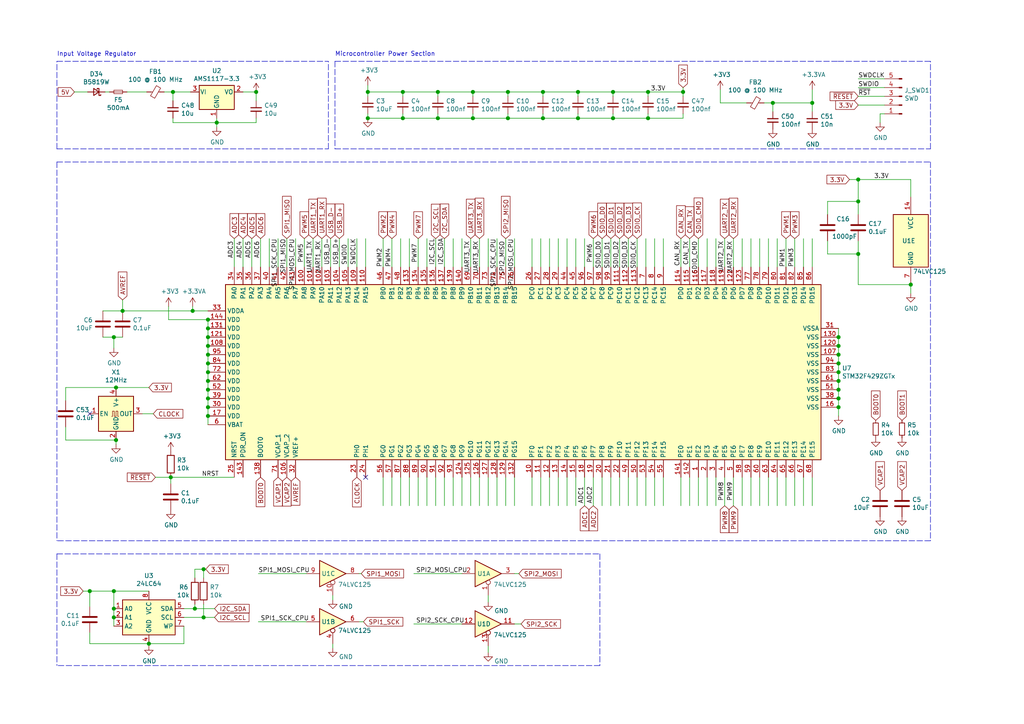
<source format=kicad_sch>
(kicad_sch (version 20201015) (generator eeschema)
  (paper "A4")
  (junction (at 26.035 171.45) (diameter 1.016))
  (junction (at 33.02 97.79) (diameter 1.016))
  (junction (at 33.02 171.45) (diameter 1.016))
  (junction (at 33.02 176.53) (diameter 1.016))
  (junction (at 33.02 179.07) (diameter 1.016))
  (junction (at 33.655 112.395) (diameter 1.016))
  (junction (at 33.655 127.635) (diameter 1.016))
  (junction (at 35.56 90.17) (diameter 1.016))
  (junction (at 43.18 186.69) (diameter 1.016))
  (junction (at 49.53 138.43) (diameter 1.016))
  (junction (at 50.165 26.67) (diameter 1.016))
  (junction (at 55.88 90.17) (diameter 1.016))
  (junction (at 56.515 176.53) (diameter 1.016))
  (junction (at 59.055 165.1) (diameter 1.016))
  (junction (at 59.055 179.07) (diameter 1.016))
  (junction (at 60.325 92.71) (diameter 1.016))
  (junction (at 60.325 95.25) (diameter 1.016))
  (junction (at 60.325 97.79) (diameter 1.016))
  (junction (at 60.325 100.33) (diameter 1.016))
  (junction (at 60.325 102.87) (diameter 1.016))
  (junction (at 60.325 105.41) (diameter 1.016))
  (junction (at 60.325 107.95) (diameter 1.016))
  (junction (at 60.325 110.49) (diameter 1.016))
  (junction (at 60.325 113.03) (diameter 1.016))
  (junction (at 60.325 115.57) (diameter 1.016))
  (junction (at 60.325 118.11) (diameter 1.016))
  (junction (at 60.325 120.65) (diameter 1.016))
  (junction (at 62.865 35.56) (diameter 1.016))
  (junction (at 74.295 26.67) (diameter 1.016))
  (junction (at 106.68 26.67) (diameter 1.016))
  (junction (at 106.68 34.29) (diameter 1.016))
  (junction (at 116.84 26.67) (diameter 1.016))
  (junction (at 116.84 34.29) (diameter 1.016))
  (junction (at 127 26.67) (diameter 1.016))
  (junction (at 127 34.29) (diameter 1.016))
  (junction (at 137.16 26.67) (diameter 1.016))
  (junction (at 137.16 34.29) (diameter 1.016))
  (junction (at 147.32 26.67) (diameter 1.016))
  (junction (at 147.32 34.29) (diameter 1.016))
  (junction (at 157.48 26.67) (diameter 1.016))
  (junction (at 157.48 34.29) (diameter 1.016))
  (junction (at 167.64 26.67) (diameter 1.016))
  (junction (at 167.64 34.29) (diameter 1.016))
  (junction (at 177.8 26.67) (diameter 1.016))
  (junction (at 177.8 34.29) (diameter 1.016))
  (junction (at 187.96 26.67) (diameter 1.016))
  (junction (at 187.96 34.29) (diameter 1.016))
  (junction (at 198.12 26.67) (diameter 1.016))
  (junction (at 224.155 29.845) (diameter 1.016))
  (junction (at 235.585 29.845) (diameter 1.016))
  (junction (at 243.205 97.79) (diameter 1.016))
  (junction (at 243.205 100.33) (diameter 1.016))
  (junction (at 243.205 102.87) (diameter 1.016))
  (junction (at 243.205 105.41) (diameter 1.016))
  (junction (at 243.205 107.95) (diameter 1.016))
  (junction (at 243.205 110.49) (diameter 1.016))
  (junction (at 243.205 113.03) (diameter 1.016))
  (junction (at 243.205 115.57) (diameter 1.016))
  (junction (at 243.205 118.11) (diameter 1.016))
  (junction (at 248.92 52.07) (diameter 1.016))
  (junction (at 248.92 58.42) (diameter 1.016))
  (junction (at 248.92 73.66) (diameter 1.016))
  (junction (at 264.16 82.55) (diameter 1.016))
  (no_connect (at 26.035 120.015))
  (no_connect (at 106.045 138.43))
  (wire (pts (xy -88.265 157.48) (xy -86.995 157.48)))
  (wire (pts (xy -79.375 157.48) (xy -76.835 157.48)))
  (wire (pts (xy 19.05 112.395) (xy 33.655 112.395)))
  (wire (pts (xy 19.05 116.205) (xy 19.05 112.395)))
  (wire (pts (xy 19.05 123.825) (xy 19.05 127.635)))
  (wire (pts (xy 19.05 127.635) (xy 33.655 127.635)))
  (wire (pts (xy 21.59 26.67) (xy 25.4 26.67)))
  (wire (pts (xy 24.13 171.45) (xy 26.035 171.45)))
  (wire (pts (xy 26.035 171.45) (xy 33.02 171.45)))
  (wire (pts (xy 26.035 175.895) (xy 26.035 171.45)))
  (wire (pts (xy 26.035 183.515) (xy 26.035 186.69)))
  (wire (pts (xy 26.035 186.69) (xy 43.18 186.69)))
  (wire (pts (xy 29.845 90.17) (xy 35.56 90.17)))
  (wire (pts (xy 30.48 26.67) (xy 31.75 26.67)))
  (wire (pts (xy 33.02 97.79) (xy 29.845 97.79)))
  (wire (pts (xy 33.02 97.79) (xy 33.02 100.965)))
  (wire (pts (xy 33.02 171.45) (xy 43.18 171.45)))
  (wire (pts (xy 33.02 176.53) (xy 33.02 171.45)))
  (wire (pts (xy 33.02 176.53) (xy 33.02 179.07)))
  (wire (pts (xy 33.02 179.07) (xy 33.02 181.61)))
  (wire (pts (xy 33.655 112.395) (xy 43.18 112.395)))
  (wire (pts (xy 33.655 127.635) (xy 33.655 128.905)))
  (wire (pts (xy 35.56 86.995) (xy 35.56 90.17)))
  (wire (pts (xy 35.56 90.17) (xy 55.88 90.17)))
  (wire (pts (xy 35.56 97.79) (xy 33.02 97.79)))
  (wire (pts (xy 36.83 26.67) (xy 42.545 26.67)))
  (wire (pts (xy 41.275 120.015) (xy 44.45 120.015)))
  (wire (pts (xy 43.18 187.325) (xy 43.18 186.69)))
  (wire (pts (xy 45.085 138.43) (xy 49.53 138.43)))
  (wire (pts (xy 47.625 26.67) (xy 50.165 26.67)))
  (wire (pts (xy 48.895 88.9) (xy 48.895 92.71)))
  (wire (pts (xy 48.895 92.71) (xy 60.325 92.71)))
  (wire (pts (xy 49.53 138.43) (xy 49.53 140.335)))
  (wire (pts (xy 49.53 138.43) (xy 67.945 138.43)))
  (wire (pts (xy 50.165 26.67) (xy 55.245 26.67)))
  (wire (pts (xy 50.165 29.21) (xy 50.165 26.67)))
  (wire (pts (xy 50.165 34.29) (xy 50.165 35.56)))
  (wire (pts (xy 50.165 35.56) (xy 62.865 35.56)))
  (wire (pts (xy 53.34 176.53) (xy 56.515 176.53)))
  (wire (pts (xy 53.34 179.07) (xy 59.055 179.07)))
  (wire (pts (xy 53.34 181.61) (xy 53.34 186.69)))
  (wire (pts (xy 53.34 186.69) (xy 43.18 186.69)))
  (wire (pts (xy 55.88 88.9) (xy 55.88 90.17)))
  (wire (pts (xy 55.88 90.17) (xy 60.325 90.17)))
  (wire (pts (xy 56.515 165.1) (xy 59.055 165.1)))
  (wire (pts (xy 56.515 167.64) (xy 56.515 165.1)))
  (wire (pts (xy 56.515 175.26) (xy 56.515 176.53)))
  (wire (pts (xy 56.515 176.53) (xy 62.23 176.53)))
  (wire (pts (xy 59.055 165.1) (xy 59.055 167.64)))
  (wire (pts (xy 59.055 165.1) (xy 59.69 165.1)))
  (wire (pts (xy 59.055 175.26) (xy 59.055 179.07)))
  (wire (pts (xy 59.055 179.07) (xy 62.23 179.07)))
  (wire (pts (xy 60.325 92.71) (xy 60.325 95.25)))
  (wire (pts (xy 60.325 95.25) (xy 60.325 97.79)))
  (wire (pts (xy 60.325 97.79) (xy 60.325 100.33)))
  (wire (pts (xy 60.325 100.33) (xy 60.325 102.87)))
  (wire (pts (xy 60.325 102.87) (xy 60.325 105.41)))
  (wire (pts (xy 60.325 105.41) (xy 60.325 107.95)))
  (wire (pts (xy 60.325 107.95) (xy 60.325 110.49)))
  (wire (pts (xy 60.325 110.49) (xy 60.325 113.03)))
  (wire (pts (xy 60.325 113.03) (xy 60.325 115.57)))
  (wire (pts (xy 60.325 115.57) (xy 60.325 118.11)))
  (wire (pts (xy 60.325 118.11) (xy 60.325 120.65)))
  (wire (pts (xy 60.325 120.65) (xy 60.325 123.19)))
  (wire (pts (xy 62.865 35.56) (xy 62.865 34.29)))
  (wire (pts (xy 62.865 36.83) (xy 62.865 35.56)))
  (wire (pts (xy 67.945 69.215) (xy 67.945 77.47)))
  (wire (pts (xy 70.485 69.215) (xy 70.485 77.47)))
  (wire (pts (xy 73.025 69.215) (xy 73.025 77.47)))
  (wire (pts (xy 74.295 26.67) (xy 70.485 26.67)))
  (wire (pts (xy 74.295 29.21) (xy 74.295 26.67)))
  (wire (pts (xy 74.295 34.29) (xy 74.295 35.56)))
  (wire (pts (xy 74.295 35.56) (xy 62.865 35.56)))
  (wire (pts (xy 75.565 69.215) (xy 75.565 77.47)))
  (wire (pts (xy 78.105 69.215) (xy 78.105 77.47)))
  (wire (pts (xy 80.645 69.215) (xy 80.645 77.47)))
  (wire (pts (xy 83.185 69.215) (xy 83.185 77.47)))
  (wire (pts (xy 85.725 69.215) (xy 85.725 77.47)))
  (wire (pts (xy 88.265 69.215) (xy 88.265 77.47)))
  (wire (pts (xy 88.9 166.37) (xy 74.93 166.37)))
  (wire (pts (xy 88.9 180.34) (xy 74.93 180.34)))
  (wire (pts (xy 90.805 69.215) (xy 90.805 77.47)))
  (wire (pts (xy 93.345 69.215) (xy 93.345 77.47)))
  (wire (pts (xy 95.885 69.215) (xy 95.885 77.47)))
  (wire (pts (xy 96.52 173.99) (xy 96.52 172.72)))
  (wire (pts (xy 96.52 186.69) (xy 96.52 187.96)))
  (wire (pts (xy 98.425 69.215) (xy 98.425 77.47)))
  (wire (pts (xy 100.965 69.215) (xy 100.965 77.47)))
  (wire (pts (xy 103.505 69.215) (xy 103.505 77.47)))
  (wire (pts (xy 104.775 166.37) (xy 104.14 166.37)))
  (wire (pts (xy 105.41 180.34) (xy 104.14 180.34)))
  (wire (pts (xy 106.045 69.215) (xy 106.045 77.47)))
  (wire (pts (xy 106.68 24.765) (xy 106.68 26.67)))
  (wire (pts (xy 106.68 26.67) (xy 106.68 27.94)))
  (wire (pts (xy 106.68 26.67) (xy 116.84 26.67)))
  (wire (pts (xy 106.68 33.02) (xy 106.68 34.29)))
  (wire (pts (xy 106.68 34.29) (xy 116.84 34.29)))
  (wire (pts (xy 111.125 69.215) (xy 111.125 77.47)))
  (wire (pts (xy 111.125 138.43) (xy 111.125 146.685)))
  (wire (pts (xy 113.665 69.215) (xy 113.665 77.47)))
  (wire (pts (xy 113.665 138.43) (xy 113.665 146.685)))
  (wire (pts (xy 116.205 69.215) (xy 116.205 77.47)))
  (wire (pts (xy 116.205 138.43) (xy 116.205 146.685)))
  (wire (pts (xy 116.84 27.94) (xy 116.84 26.67)))
  (wire (pts (xy 116.84 33.02) (xy 116.84 34.29)))
  (wire (pts (xy 116.84 34.29) (xy 127 34.29)))
  (wire (pts (xy 118.745 69.215) (xy 118.745 77.47)))
  (wire (pts (xy 118.745 138.43) (xy 118.745 146.685)))
  (wire (pts (xy 120.015 180.975) (xy 133.985 180.975)))
  (wire (pts (xy 121.285 69.215) (xy 121.285 77.47)))
  (wire (pts (xy 121.285 138.43) (xy 121.285 146.685)))
  (wire (pts (xy 123.825 69.215) (xy 123.825 77.47)))
  (wire (pts (xy 123.825 138.43) (xy 123.825 146.685)))
  (wire (pts (xy 126.365 69.215) (xy 126.365 77.47)))
  (wire (pts (xy 126.365 138.43) (xy 126.365 146.685)))
  (wire (pts (xy 127 26.67) (xy 116.84 26.67)))
  (wire (pts (xy 127 27.94) (xy 127 26.67)))
  (wire (pts (xy 127 33.02) (xy 127 34.29)))
  (wire (pts (xy 127 34.29) (xy 137.16 34.29)))
  (wire (pts (xy 128.905 69.215) (xy 128.905 77.47)))
  (wire (pts (xy 128.905 138.43) (xy 128.905 146.685)))
  (wire (pts (xy 131.445 69.215) (xy 131.445 77.47)))
  (wire (pts (xy 131.445 138.43) (xy 131.445 146.685)))
  (wire (pts (xy 133.985 69.215) (xy 133.985 77.47)))
  (wire (pts (xy 133.985 138.43) (xy 133.985 146.685)))
  (wire (pts (xy 133.985 166.37) (xy 120.015 166.37)))
  (wire (pts (xy 136.525 69.215) (xy 136.525 77.47)))
  (wire (pts (xy 136.525 138.43) (xy 136.525 146.685)))
  (wire (pts (xy 137.16 26.67) (xy 127 26.67)))
  (wire (pts (xy 137.16 27.94) (xy 137.16 26.67)))
  (wire (pts (xy 137.16 33.02) (xy 137.16 34.29)))
  (wire (pts (xy 137.16 34.29) (xy 147.32 34.29)))
  (wire (pts (xy 139.065 69.215) (xy 139.065 77.47)))
  (wire (pts (xy 139.065 138.43) (xy 139.065 146.685)))
  (wire (pts (xy 141.605 69.215) (xy 141.605 77.47)))
  (wire (pts (xy 141.605 138.43) (xy 141.605 146.685)))
  (wire (pts (xy 141.605 174.625) (xy 141.605 172.72)))
  (wire (pts (xy 141.605 189.23) (xy 141.605 187.325)))
  (wire (pts (xy 144.145 69.215) (xy 144.145 77.47)))
  (wire (pts (xy 144.145 138.43) (xy 144.145 146.685)))
  (wire (pts (xy 146.685 69.215) (xy 146.685 77.47)))
  (wire (pts (xy 146.685 138.43) (xy 146.685 146.685)))
  (wire (pts (xy 147.32 26.67) (xy 137.16 26.67)))
  (wire (pts (xy 147.32 27.94) (xy 147.32 26.67)))
  (wire (pts (xy 147.32 33.02) (xy 147.32 34.29)))
  (wire (pts (xy 147.32 34.29) (xy 157.48 34.29)))
  (wire (pts (xy 149.225 69.215) (xy 149.225 77.47)))
  (wire (pts (xy 149.225 138.43) (xy 149.225 146.685)))
  (wire (pts (xy 149.225 180.975) (xy 151.13 180.975)))
  (wire (pts (xy 150.495 166.37) (xy 149.225 166.37)))
  (wire (pts (xy 154.305 69.215) (xy 154.305 77.47)))
  (wire (pts (xy 154.305 138.43) (xy 154.305 146.685)))
  (wire (pts (xy 156.845 69.215) (xy 156.845 77.47)))
  (wire (pts (xy 156.845 138.43) (xy 156.845 146.685)))
  (wire (pts (xy 157.48 26.67) (xy 147.32 26.67)))
  (wire (pts (xy 157.48 27.94) (xy 157.48 26.67)))
  (wire (pts (xy 157.48 33.02) (xy 157.48 34.29)))
  (wire (pts (xy 157.48 34.29) (xy 167.64 34.29)))
  (wire (pts (xy 159.385 69.215) (xy 159.385 77.47)))
  (wire (pts (xy 159.385 138.43) (xy 159.385 146.685)))
  (wire (pts (xy 161.925 69.215) (xy 161.925 77.47)))
  (wire (pts (xy 161.925 138.43) (xy 161.925 146.685)))
  (wire (pts (xy 164.465 69.215) (xy 164.465 77.47)))
  (wire (pts (xy 164.465 138.43) (xy 164.465 146.685)))
  (wire (pts (xy 167.005 69.215) (xy 167.005 77.47)))
  (wire (pts (xy 167.005 138.43) (xy 167.005 146.685)))
  (wire (pts (xy 167.64 26.67) (xy 157.48 26.67)))
  (wire (pts (xy 167.64 27.94) (xy 167.64 26.67)))
  (wire (pts (xy 167.64 33.02) (xy 167.64 34.29)))
  (wire (pts (xy 167.64 34.29) (xy 177.8 34.29)))
  (wire (pts (xy 169.545 69.215) (xy 169.545 77.47)))
  (wire (pts (xy 169.545 138.43) (xy 169.545 146.685)))
  (wire (pts (xy 172.085 69.215) (xy 172.085 77.47)))
  (wire (pts (xy 172.085 138.43) (xy 172.085 146.685)))
  (wire (pts (xy 174.625 69.215) (xy 174.625 77.47)))
  (wire (pts (xy 174.625 138.43) (xy 174.625 146.685)))
  (wire (pts (xy 177.165 69.215) (xy 177.165 77.47)))
  (wire (pts (xy 177.165 138.43) (xy 177.165 146.685)))
  (wire (pts (xy 177.8 26.67) (xy 167.64 26.67)))
  (wire (pts (xy 177.8 27.94) (xy 177.8 26.67)))
  (wire (pts (xy 177.8 33.02) (xy 177.8 34.29)))
  (wire (pts (xy 177.8 34.29) (xy 187.96 34.29)))
  (wire (pts (xy 179.705 69.215) (xy 179.705 77.47)))
  (wire (pts (xy 179.705 138.43) (xy 179.705 146.685)))
  (wire (pts (xy 182.245 69.215) (xy 182.245 77.47)))
  (wire (pts (xy 182.245 138.43) (xy 182.245 146.685)))
  (wire (pts (xy 184.785 69.215) (xy 184.785 77.47)))
  (wire (pts (xy 184.785 138.43) (xy 184.785 146.685)))
  (wire (pts (xy 187.325 69.215) (xy 187.325 77.47)))
  (wire (pts (xy 187.325 138.43) (xy 187.325 146.685)))
  (wire (pts (xy 187.96 26.67) (xy 177.8 26.67)))
  (wire (pts (xy 187.96 27.94) (xy 187.96 26.67)))
  (wire (pts (xy 187.96 33.02) (xy 187.96 34.29)))
  (wire (pts (xy 187.96 34.29) (xy 198.12 34.29)))
  (wire (pts (xy 189.865 69.215) (xy 189.865 77.47)))
  (wire (pts (xy 189.865 138.43) (xy 189.865 146.685)))
  (wire (pts (xy 192.405 69.215) (xy 192.405 77.47)))
  (wire (pts (xy 192.405 138.43) (xy 192.405 146.685)))
  (wire (pts (xy 197.485 69.215) (xy 197.485 77.47)))
  (wire (pts (xy 197.485 138.43) (xy 197.485 146.685)))
  (wire (pts (xy 198.12 25.4) (xy 198.12 26.67)))
  (wire (pts (xy 198.12 26.67) (xy 187.96 26.67)))
  (wire (pts (xy 198.12 27.94) (xy 198.12 26.67)))
  (wire (pts (xy 198.12 34.29) (xy 198.12 33.02)))
  (wire (pts (xy 200.025 69.215) (xy 200.025 77.47)))
  (wire (pts (xy 200.025 138.43) (xy 200.025 146.685)))
  (wire (pts (xy 202.565 69.215) (xy 202.565 77.47)))
  (wire (pts (xy 202.565 138.43) (xy 202.565 146.685)))
  (wire (pts (xy 205.105 69.215) (xy 205.105 77.47)))
  (wire (pts (xy 205.105 138.43) (xy 205.105 146.685)))
  (wire (pts (xy 207.645 69.215) (xy 207.645 77.47)))
  (wire (pts (xy 207.645 138.43) (xy 207.645 146.685)))
  (wire (pts (xy 208.915 26.035) (xy 208.915 29.845)))
  (wire (pts (xy 208.915 29.845) (xy 216.535 29.845)))
  (wire (pts (xy 210.185 69.215) (xy 210.185 77.47)))
  (wire (pts (xy 210.185 138.43) (xy 210.185 146.685)))
  (wire (pts (xy 212.725 69.215) (xy 212.725 77.47)))
  (wire (pts (xy 212.725 138.43) (xy 212.725 146.685)))
  (wire (pts (xy 215.265 69.215) (xy 215.265 77.47)))
  (wire (pts (xy 215.265 138.43) (xy 215.265 146.685)))
  (wire (pts (xy 217.805 69.215) (xy 217.805 77.47)))
  (wire (pts (xy 217.805 138.43) (xy 217.805 146.685)))
  (wire (pts (xy 220.345 69.215) (xy 220.345 77.47)))
  (wire (pts (xy 220.345 138.43) (xy 220.345 146.685)))
  (wire (pts (xy 222.885 69.215) (xy 222.885 77.47)))
  (wire (pts (xy 222.885 138.43) (xy 222.885 146.685)))
  (wire (pts (xy 224.155 29.845) (xy 221.615 29.845)))
  (wire (pts (xy 224.155 32.385) (xy 224.155 29.845)))
  (wire (pts (xy 225.425 69.215) (xy 225.425 77.47)))
  (wire (pts (xy 225.425 138.43) (xy 225.425 146.685)))
  (wire (pts (xy 227.965 69.215) (xy 227.965 77.47)))
  (wire (pts (xy 227.965 138.43) (xy 227.965 146.685)))
  (wire (pts (xy 230.505 69.215) (xy 230.505 77.47)))
  (wire (pts (xy 230.505 138.43) (xy 230.505 146.685)))
  (wire (pts (xy 233.045 69.215) (xy 233.045 77.47)))
  (wire (pts (xy 233.045 138.43) (xy 233.045 146.685)))
  (wire (pts (xy 235.585 26.035) (xy 235.585 29.845)))
  (wire (pts (xy 235.585 29.845) (xy 224.155 29.845)))
  (wire (pts (xy 235.585 32.385) (xy 235.585 29.845)))
  (wire (pts (xy 235.585 69.215) (xy 235.585 77.47)))
  (wire (pts (xy 235.585 138.43) (xy 235.585 146.685)))
  (wire (pts (xy 240.03 58.42) (xy 248.92 58.42)))
  (wire (pts (xy 240.03 62.23) (xy 240.03 58.42)))
  (wire (pts (xy 240.03 69.85) (xy 240.03 73.66)))
  (wire (pts (xy 240.03 73.66) (xy 248.92 73.66)))
  (wire (pts (xy 243.205 95.25) (xy 243.205 97.79)))
  (wire (pts (xy 243.205 97.79) (xy 243.205 100.33)))
  (wire (pts (xy 243.205 100.33) (xy 243.205 102.87)))
  (wire (pts (xy 243.205 102.87) (xy 243.205 105.41)))
  (wire (pts (xy 243.205 105.41) (xy 243.205 107.95)))
  (wire (pts (xy 243.205 107.95) (xy 243.205 110.49)))
  (wire (pts (xy 243.205 110.49) (xy 243.205 113.03)))
  (wire (pts (xy 243.205 113.03) (xy 243.205 115.57)))
  (wire (pts (xy 243.205 115.57) (xy 243.205 118.11)))
  (wire (pts (xy 243.205 118.11) (xy 243.205 120.65)))
  (wire (pts (xy 246.38 52.07) (xy 248.92 52.07)))
  (wire (pts (xy 248.92 52.07) (xy 264.16 52.07)))
  (wire (pts (xy 248.92 58.42) (xy 248.92 52.07)))
  (wire (pts (xy 248.92 62.23) (xy 248.92 58.42)))
  (wire (pts (xy 248.92 69.85) (xy 248.92 73.66)))
  (wire (pts (xy 248.92 73.66) (xy 248.92 82.55)))
  (wire (pts (xy 248.92 82.55) (xy 264.16 82.55)))
  (wire (pts (xy 255.27 33.02) (xy 255.27 35.56)))
  (wire (pts (xy 256.54 22.86) (xy 248.92 22.86)))
  (wire (pts (xy 256.54 25.4) (xy 248.92 25.4)))
  (wire (pts (xy 256.54 27.94) (xy 248.92 27.94)))
  (wire (pts (xy 256.54 30.48) (xy 248.92 30.48)))
  (wire (pts (xy 256.54 33.02) (xy 255.27 33.02)))
  (wire (pts (xy 264.16 57.15) (xy 264.16 52.07)))
  (wire (pts (xy 264.16 85.09) (xy 264.16 82.55)))
  (polyline (pts (xy 16.51 17.78) (xy 95.25 17.78)) (stroke (width 0) (type dash)))
  (polyline (pts (xy 16.51 43.18) (xy 16.51 17.78)) (stroke (width 0) (type dash)))
  (polyline (pts (xy 16.51 43.18) (xy 95.25 43.18)) (stroke (width 0) (type dash)))
  (polyline (pts (xy 16.51 46.99) (xy 16.51 156.845)) (stroke (width 0) (type dash)))
  (polyline (pts (xy 16.51 46.99) (xy 269.875 46.99)) (stroke (width 0) (type dash)))
  (polyline (pts (xy 16.51 160.655) (xy 16.51 193.04)) (stroke (width 0) (type dash)))
  (polyline (pts (xy 16.51 160.655) (xy 173.99 160.655)) (stroke (width 0) (type dash)))
  (polyline (pts (xy 95.25 43.18) (xy 95.25 17.78)) (stroke (width 0) (type dash)))
  (polyline (pts (xy 97.155 17.78) (xy 97.155 43.18)) (stroke (width 0) (type dash)))
  (polyline (pts (xy 97.155 17.78) (xy 243.205 17.78)) (stroke (width 0) (type dash)))
  (polyline (pts (xy 97.155 43.18) (xy 269.875 43.18)) (stroke (width 0) (type dash)))
  (polyline (pts (xy 173.99 160.655) (xy 173.99 193.04)) (stroke (width 0) (type dash)))
  (polyline (pts (xy 173.99 193.04) (xy 16.51 193.04)) (stroke (width 0) (type dash)))
  (polyline (pts (xy 269.875 17.78) (xy 242.57 17.78)) (stroke (width 0) (type dash)))
  (polyline (pts (xy 269.875 43.18) (xy 269.875 17.78)) (stroke (width 0) (type dash)))
  (polyline (pts (xy 269.875 46.99) (xy 269.875 156.845)) (stroke (width 0) (type dash)))
  (polyline (pts (xy 269.875 156.845) (xy 16.51 156.845)) (stroke (width 0) (type dash)))
  (text "PUP" (at -71.755 163.83 180) (effects (font (size 1.27 1.27)) (justify right bottom)))
  (text "Input Voltage Regulator" (at 16.51 16.51 0) (effects (font (size 1.27 1.27)) (justify left bottom)))
  (text "Microcontroller Power Section" (at 97.155 16.51 0) (effects (font (size 1.27 1.27)) (justify left bottom)))
  (label "~V_MIN" (at -106.68 176.53 0))
  (label "~U_MIN" (at -106.68 179.07 0))
  (label "~Z_MAX" (at -106.68 181.61 0))
  (label "~Z_MIN" (at -106.68 184.15 0))
  (label "~Y_MAX" (at -106.68 186.69 0))
  (label "~Y_MIN" (at -106.68 189.23 0))
  (label "~X_MAX" (at -106.68 191.77 0))
  (label "~X_MIN" (at -106.68 194.31 0))
  (label "~ST_RESET" (at -86.995 163.195 0))
  (label "~ST_ENABLE" (at -86.995 166.37 0))
  (label "ST6_DIR" (at -86.995 171.45 0))
  (label "ST6_DIR" (at -86.995 173.99 0))
  (label "ST6_DIR" (at -86.995 176.53 0))
  (label "ST6_DIR" (at -86.995 179.07 0))
  (label "ST6_DIR" (at -86.995 181.61 0))
  (label "ST5_DIR" (at -86.995 184.15 0))
  (label "ST4_DIR" (at -86.995 186.69 0))
  (label "ST3_DIR" (at -86.995 189.23 0))
  (label "ST2_DIR" (at -86.995 191.77 0))
  (label "ST1_DIR" (at -86.995 194.31 0))
  (label "ST_RXTX_1" (at -76.835 157.48 0))
  (label "ST10_STEP" (at -67.31 171.45 0))
  (label "ST9_STEP" (at -67.31 173.99 0))
  (label "ST8_STEP" (at -67.31 176.53 0))
  (label "ST7_STEP" (at -67.31 179.07 0))
  (label "ST6_STEP" (at -67.31 181.61 0))
  (label "ST5_STEP" (at -67.31 184.15 0))
  (label "ST4_STEP" (at -67.31 186.69 0))
  (label "ST3_STEP" (at -67.31 189.23 0))
  (label "ST2_STEP" (at -67.31 191.77 0))
  (label "ST1_STEP" (at -67.31 194.31 0))
  (label "~ST10_CS" (at -46.99 171.45 0))
  (label "~ST9_CS" (at -46.99 173.99 0))
  (label "~ST8_CS" (at -46.99 176.53 0))
  (label "~ST7_CS" (at -46.99 179.07 0))
  (label "~ST6_CS" (at -46.99 181.61 0))
  (label "~ST5_CS" (at -46.99 184.15 0))
  (label "~ST4_CS" (at -46.99 186.69 0))
  (label "~ST3_CS" (at -46.99 189.23 0))
  (label "~ST2_CS" (at -46.99 191.77 0))
  (label "~ST1_CS" (at -46.99 194.31 0))
  (label "~SD_DETECT" (at -19.685 182.245 0))
  (label "NRST" (at 63.5 138.43 180))
  (label "ADC3" (at 67.945 69.85 270))
  (label "ADC4" (at 70.485 69.85 270))
  (label "ADC5" (at 73.025 69.85 270))
  (label "SPI1_MOSI_CPU" (at 74.93 166.37 0))
  (label "ADC6" (at 75.565 69.85 270))
  (label "SPI1_SCK_CPU" (at 75.565 180.34 0))
  (label "SPI1_SCK_CPU" (at 80.645 69.215 270))
  (label "SPI1_MISO" (at 83.185 69.215 270))
  (label "SPI1_MOSI_CPU" (at 85.725 69.215 270))
  (label "PWM5" (at 88.265 76.2 90))
  (label "UART1_TX" (at 90.805 69.85 270))
  (label "UART1_RX" (at 93.345 69.85 270))
  (label "USB_D-" (at 95.885 76.835 90))
  (label "USB_D+" (at 98.425 76.835 90))
  (label "SWDIO" (at 100.965 76.835 90))
  (label "SWDCLK" (at 103.505 76.835 90))
  (label "PWM2" (at 111.125 77.47 90))
  (label "PWM4" (at 113.665 77.47 90))
  (label "SPI2_MOSI_CPU" (at 120.65 166.37 0))
  (label "SPI2_SCK_CPU" (at 120.65 180.975 0))
  (label "PWM7" (at 121.285 76.2 90))
  (label "I2C_SCL" (at 126.365 76.835 90))
  (label "I2C_SDA" (at 128.905 76.835 90))
  (label "UART3_TX" (at 136.525 69.85 270))
  (label "UART3_RX" (at 139.065 69.85 270))
  (label "SPI2_SCK_CPU" (at 144.145 69.215 270))
  (label "SPI2_MISO" (at 146.685 69.85 270))
  (label "SPI2_MOSI_CPU" (at 149.225 69.215 270))
  (label "ADC1" (at 169.545 146.05 90))
  (label "PWM6" (at 172.085 76.2 90))
  (label "ADC2" (at 172.085 146.05 90))
  (label "SDIO_D0" (at 174.625 69.85 270))
  (label "SDIO_D1" (at 177.165 69.85 270))
  (label "SDIO_D2" (at 179.705 69.85 270))
  (label "SDIO_D3" (at 182.245 69.85 270))
  (label "SDIO_CK" (at 184.785 69.85 270))
  (label "3.3V" (at 193.04 26.67 180))
  (label "CAN_RX" (at 197.485 69.85 270))
  (label "CAN_TX" (at 200.025 69.85 270))
  (label "SDIO_CMD" (at 202.565 69.85 270))
  (label "UART2_TX" (at 210.185 69.85 270))
  (label "PWM8" (at 210.185 139.7 270))
  (label "UART2_RX" (at 212.725 69.85 270))
  (label "PWM9" (at 212.725 139.7 270))
  (label "PWM1" (at 227.965 77.47 90))
  (label "PWM3" (at 230.505 77.47 90))
  (label "SWDCLK" (at 248.92 22.86 0))
  (label "SWDIO" (at 248.92 25.4 0))
  (label "~RST" (at 248.92 27.94 0))
  (label "3.3V" (at 257.81 52.07 180))
  (global_label "~V_MIN" (shape input) (at -107.315 176.53 180) (property "Intersheet References" "${INTERSHEET_REFS}" (effects hide)))
  (global_label "~U_MIN" (shape input) (at -107.315 179.07 180) (property "Intersheet References" "${INTERSHEET_REFS}" (effects hide)))
  (global_label "~Z_MAX" (shape input) (at -107.315 181.61 180) (property "Intersheet References" "${INTERSHEET_REFS}" (effects hide)))
  (global_label "~Z_MIN" (shape input) (at -107.315 184.15 180) (property "Intersheet References" "${INTERSHEET_REFS}" (effects hide)))
  (global_label "~Y_MAX" (shape input) (at -107.315 186.69 180) (property "Intersheet References" "${INTERSHEET_REFS}" (effects hide)))
  (global_label "~Y_MIN" (shape input) (at -107.315 189.23 180) (property "Intersheet References" "${INTERSHEET_REFS}" (effects hide)))
  (global_label "~X_MAX" (shape input) (at -107.315 191.77 180) (property "Intersheet References" "${INTERSHEET_REFS}" (effects hide)))
  (global_label "~X_MIN" (shape input) (at -107.315 194.31 180) (property "Intersheet References" "${INTERSHEET_REFS}" (effects hide)))
  (global_label "ST_UART1" (shape input) (at -88.265 157.48 180) (property "Intersheet References" "${INTERSHEET_REFS}" (effects hide)))
  (global_label "~ST_RESET" (shape input) (at -87.63 163.195 180) (property "Intersheet References" "${INTERSHEET_REFS}" (effects hide)))
  (global_label "~ST_ENABLE" (shape input) (at -87.63 166.37 180) (property "Intersheet References" "${INTERSHEET_REFS}" (effects hide)))
  (global_label "ST10_DIR" (shape input) (at -87.63 171.45 180) (property "Intersheet References" "${INTERSHEET_REFS}" (effects hide)))
  (global_label "ST9_DIR" (shape input) (at -87.63 173.99 180) (property "Intersheet References" "${INTERSHEET_REFS}" (effects hide)))
  (global_label "ST8_DIR" (shape input) (at -87.63 176.53 180) (property "Intersheet References" "${INTERSHEET_REFS}" (effects hide)))
  (global_label "ST7_DIR" (shape input) (at -87.63 179.07 180) (property "Intersheet References" "${INTERSHEET_REFS}" (effects hide)))
  (global_label "ST6_DIR" (shape input) (at -87.63 181.61 180) (property "Intersheet References" "${INTERSHEET_REFS}" (effects hide)))
  (global_label "ST5_DIR" (shape input) (at -87.63 184.15 180) (property "Intersheet References" "${INTERSHEET_REFS}" (effects hide)))
  (global_label "ST4_DIR" (shape input) (at -87.63 186.69 180) (property "Intersheet References" "${INTERSHEET_REFS}" (effects hide)))
  (global_label "ST3_DIR" (shape input) (at -87.63 189.23 180) (property "Intersheet References" "${INTERSHEET_REFS}" (effects hide)))
  (global_label "ST2_DIR" (shape input) (at -87.63 191.77 180) (property "Intersheet References" "${INTERSHEET_REFS}" (effects hide)))
  (global_label "ST1_DIR" (shape input) (at -87.63 194.31 180) (property "Intersheet References" "${INTERSHEET_REFS}" (effects hide)))
  (global_label "ST10_STEP" (shape input) (at -67.945 171.45 180) (property "Intersheet References" "${INTERSHEET_REFS}" (effects hide)))
  (global_label "ST9_STEP" (shape input) (at -67.945 173.99 180) (property "Intersheet References" "${INTERSHEET_REFS}" (effects hide)))
  (global_label "ST8_STEP" (shape input) (at -67.945 176.53 180) (property "Intersheet References" "${INTERSHEET_REFS}" (effects hide)))
  (global_label "ST7_STEP" (shape input) (at -67.945 179.07 180) (property "Intersheet References" "${INTERSHEET_REFS}" (effects hide)))
  (global_label "ST6_STEP" (shape input) (at -67.945 181.61 180) (property "Intersheet References" "${INTERSHEET_REFS}" (effects hide)))
  (global_label "ST5_STEP" (shape input) (at -67.945 184.15 180) (property "Intersheet References" "${INTERSHEET_REFS}" (effects hide)))
  (global_label "ST4_STEP" (shape input) (at -67.945 186.69 180) (property "Intersheet References" "${INTERSHEET_REFS}" (effects hide)))
  (global_label "ST3_STEP" (shape input) (at -67.945 189.23 180) (property "Intersheet References" "${INTERSHEET_REFS}" (effects hide)))
  (global_label "ST2_STEP" (shape input) (at -67.945 191.77 180) (property "Intersheet References" "${INTERSHEET_REFS}" (effects hide)))
  (global_label "ST1_STEP" (shape input) (at -67.945 194.31 180) (property "Intersheet References" "${INTERSHEET_REFS}" (effects hide)))
  (global_label "~ST10_CS" (shape input) (at -47.625 171.45 180) (property "Intersheet References" "${INTERSHEET_REFS}" (effects hide)))
  (global_label "~ST9_CS" (shape input) (at -47.625 173.99 180) (property "Intersheet References" "${INTERSHEET_REFS}" (effects hide)))
  (global_label "~ST8_CS" (shape input) (at -47.625 176.53 180) (property "Intersheet References" "${INTERSHEET_REFS}" (effects hide)))
  (global_label "~ST7_CS" (shape input) (at -47.625 179.07 180) (property "Intersheet References" "${INTERSHEET_REFS}" (effects hide)))
  (global_label "~ST6_CS" (shape input) (at -47.625 181.61 180) (property "Intersheet References" "${INTERSHEET_REFS}" (effects hide)))
  (global_label "~ST5_CS" (shape input) (at -47.625 184.15 180) (property "Intersheet References" "${INTERSHEET_REFS}" (effects hide)))
  (global_label "~ST4_CS" (shape input) (at -47.625 186.69 180) (property "Intersheet References" "${INTERSHEET_REFS}" (effects hide)))
  (global_label "~ST3_CS" (shape input) (at -47.625 189.23 180) (property "Intersheet References" "${INTERSHEET_REFS}" (effects hide)))
  (global_label "~ST2_CS" (shape input) (at -47.625 191.77 180) (property "Intersheet References" "${INTERSHEET_REFS}" (effects hide)))
  (global_label "~ST1_CS" (shape input) (at -47.625 194.31 180) (property "Intersheet References" "${INTERSHEET_REFS}" (effects hide)))
  (global_label "~SD_DETECT" (shape input) (at -20.32 182.245 180) (property "Intersheet References" "${INTERSHEET_REFS}" (effects hide)))
  (global_label "5V" (shape input) (at 21.59 26.67 180) (property "Intersheet References" "${INTERSHEET_REFS}" (effects hide)))
  (global_label "3.3V" (shape input) (at 24.13 171.45 180) (property "Intersheet References" "${INTERSHEET_REFS}" (effects hide)))
  (global_label "AVREF" (shape input) (at 35.56 86.995 90) (property "Intersheet References" "${INTERSHEET_REFS}" (effects hide)))
  (global_label "3.3V" (shape input) (at 43.18 112.395 0) (property "Intersheet References" "${INTERSHEET_REFS}" (effects hide)))
  (global_label "CLOCK" (shape input) (at 44.45 120.015 0) (property "Intersheet References" "${INTERSHEET_REFS}" (effects hide)))
  (global_label "~RESET" (shape input) (at 45.085 138.43 180) (property "Intersheet References" "${INTERSHEET_REFS}" (effects hide)))
  (global_label "3.3V" (shape input) (at 59.69 165.1 0) (property "Intersheet References" "${INTERSHEET_REFS}" (effects hide)))
  (global_label "I2C_SDA" (shape input) (at 62.23 176.53 0) (property "Intersheet References" "${INTERSHEET_REFS}" (effects hide)))
  (global_label "I2C_SCL" (shape input) (at 62.23 179.07 0) (property "Intersheet References" "${INTERSHEET_REFS}" (effects hide)))
  (global_label "ADC3" (shape input) (at 67.945 69.215 90) (property "Intersheet References" "${INTERSHEET_REFS}" (effects hide)))
  (global_label "ADC4" (shape input) (at 70.485 69.215 90) (property "Intersheet References" "${INTERSHEET_REFS}" (effects hide)))
  (global_label "ADC5" (shape input) (at 73.025 69.215 90) (property "Intersheet References" "${INTERSHEET_REFS}" (effects hide)))
  (global_label "ADC6" (shape input) (at 75.565 69.215 90) (property "Intersheet References" "${INTERSHEET_REFS}" (effects hide)))
  (global_label "BOOT0" (shape input) (at 75.565 138.43 270) (property "Intersheet References" "${INTERSHEET_REFS}" (effects hide)))
  (global_label "VCAP1" (shape input) (at 80.645 138.43 270) (property "Intersheet References" "${INTERSHEET_REFS}" (effects hide)))
  (global_label "SPI1_MISO" (shape input) (at 83.185 69.215 90) (property "Intersheet References" "${INTERSHEET_REFS}" (effects hide)))
  (global_label "VCAP2" (shape input) (at 83.185 138.43 270) (property "Intersheet References" "${INTERSHEET_REFS}" (effects hide)))
  (global_label "AVREF" (shape input) (at 85.725 138.43 270) (property "Intersheet References" "${INTERSHEET_REFS}" (effects hide)))
  (global_label "PWM5" (shape input) (at 88.265 69.215 90) (property "Intersheet References" "${INTERSHEET_REFS}" (effects hide)))
  (global_label "UART1_TX" (shape input) (at 90.805 69.215 90) (property "Intersheet References" "${INTERSHEET_REFS}" (effects hide)))
  (global_label "UART1_RX" (shape input) (at 93.345 69.215 90) (property "Intersheet References" "${INTERSHEET_REFS}" (effects hide)))
  (global_label "USB_D-" (shape input) (at 95.885 69.215 90) (property "Intersheet References" "${INTERSHEET_REFS}" (effects hide)))
  (global_label "USB_D+" (shape input) (at 98.425 69.215 90) (property "Intersheet References" "${INTERSHEET_REFS}" (effects hide)))
  (global_label "CLOCK" (shape input) (at 103.505 138.43 270) (property "Intersheet References" "${INTERSHEET_REFS}" (effects hide)))
  (global_label "SPI1_MOSI" (shape input) (at 104.775 166.37 0) (property "Intersheet References" "${INTERSHEET_REFS}" (effects hide)))
  (global_label "SPI1_SCK" (shape input) (at 105.41 180.34 0) (property "Intersheet References" "${INTERSHEET_REFS}" (effects hide)))
  (global_label "PWM2" (shape input) (at 111.125 69.215 90) (property "Intersheet References" "${INTERSHEET_REFS}" (effects hide)))
  (global_label "PWM4" (shape input) (at 113.665 69.215 90) (property "Intersheet References" "${INTERSHEET_REFS}" (effects hide)))
  (global_label "PWM7" (shape input) (at 121.285 69.215 90) (property "Intersheet References" "${INTERSHEET_REFS}" (effects hide)))
  (global_label "I2C_SCL" (shape input) (at 126.365 69.215 90) (property "Intersheet References" "${INTERSHEET_REFS}" (effects hide)))
  (global_label "I2C_SDA" (shape input) (at 128.905 69.215 90) (property "Intersheet References" "${INTERSHEET_REFS}" (effects hide)))
  (global_label "UART3_TX" (shape input) (at 136.525 69.215 90) (property "Intersheet References" "${INTERSHEET_REFS}" (effects hide)))
  (global_label "UART3_RX" (shape input) (at 139.065 69.215 90) (property "Intersheet References" "${INTERSHEET_REFS}" (effects hide)))
  (global_label "SPI2_MISO" (shape input) (at 146.685 69.215 90) (property "Intersheet References" "${INTERSHEET_REFS}" (effects hide)))
  (global_label "SPI2_MOSI" (shape input) (at 150.495 166.37 0) (property "Intersheet References" "${INTERSHEET_REFS}" (effects hide)))
  (global_label "SPI2_SCK" (shape input) (at 151.13 180.975 0) (property "Intersheet References" "${INTERSHEET_REFS}" (effects hide)))
  (global_label "ADC1" (shape input) (at 169.545 146.685 270) (property "Intersheet References" "${INTERSHEET_REFS}" (effects hide)))
  (global_label "PWM6" (shape input) (at 172.085 69.215 90) (property "Intersheet References" "${INTERSHEET_REFS}" (effects hide)))
  (global_label "ADC2" (shape input) (at 172.085 146.685 270) (property "Intersheet References" "${INTERSHEET_REFS}" (effects hide)))
  (global_label "SDIO_D0" (shape input) (at 174.625 69.215 90) (property "Intersheet References" "${INTERSHEET_REFS}" (effects hide)))
  (global_label "SDIO_D1" (shape input) (at 177.165 69.215 90) (property "Intersheet References" "${INTERSHEET_REFS}" (effects hide)))
  (global_label "SDIO_D2" (shape input) (at 179.705 69.215 90) (property "Intersheet References" "${INTERSHEET_REFS}" (effects hide)))
  (global_label "SDIO_D3" (shape input) (at 182.245 69.215 90) (property "Intersheet References" "${INTERSHEET_REFS}" (effects hide)))
  (global_label "SDIO_CK" (shape input) (at 184.785 69.215 90) (property "Intersheet References" "${INTERSHEET_REFS}" (effects hide)))
  (global_label "CAN_RX" (shape input) (at 197.485 69.215 90) (property "Intersheet References" "${INTERSHEET_REFS}" (effects hide)))
  (global_label "3.3V" (shape input) (at 198.12 25.4 90) (property "Intersheet References" "${INTERSHEET_REFS}" (effects hide)))
  (global_label "CAN_TX" (shape input) (at 200.025 69.215 90) (property "Intersheet References" "${INTERSHEET_REFS}" (effects hide)))
  (global_label "SDIO_CMD" (shape input) (at 202.565 69.215 90) (property "Intersheet References" "${INTERSHEET_REFS}" (effects hide)))
  (global_label "UART2_TX" (shape input) (at 210.185 69.215 90) (property "Intersheet References" "${INTERSHEET_REFS}" (effects hide)))
  (global_label "PWM8" (shape input) (at 210.185 146.685 270) (property "Intersheet References" "${INTERSHEET_REFS}" (effects hide)))
  (global_label "UART2_RX" (shape input) (at 212.725 69.215 90) (property "Intersheet References" "${INTERSHEET_REFS}" (effects hide)))
  (global_label "PWM9" (shape input) (at 212.725 146.685 270) (property "Intersheet References" "${INTERSHEET_REFS}" (effects hide)))
  (global_label "PWM1" (shape input) (at 227.965 69.215 90) (property "Intersheet References" "${INTERSHEET_REFS}" (effects hide)))
  (global_label "PWM3" (shape input) (at 230.505 69.215 90) (property "Intersheet References" "${INTERSHEET_REFS}" (effects hide)))
  (global_label "3.3V" (shape input) (at 246.38 52.07 180) (property "Intersheet References" "${INTERSHEET_REFS}" (effects hide)))
  (global_label "~RESET" (shape input) (at 248.92 27.94 180) (property "Intersheet References" "${INTERSHEET_REFS}" (effects hide)))
  (global_label "3.3V" (shape input) (at 248.92 30.48 180) (property "Intersheet References" "${INTERSHEET_REFS}" (effects hide)))
  (global_label "BOOT0" (shape input) (at 254 121.92 90) (property "Intersheet References" "${INTERSHEET_REFS}" (effects hide)))
  (global_label "VCAP1" (shape input) (at 255.27 142.24 90) (property "Intersheet References" "${INTERSHEET_REFS}" (effects hide)))
  (global_label "BOOT1" (shape input) (at 261.62 121.92 90) (property "Intersheet References" "${INTERSHEET_REFS}" (effects hide)))
  (global_label "VCAP2" (shape input) (at 261.62 142.24 90) (property "Intersheet References" "${INTERSHEET_REFS}" (effects hide)))
  (symbol (lib_id "Device:Fuse_Small") (at 34.29 26.67 0) (unit 1)
    (property "Reference" "F5" (at 34.29 28.9624 0))
    (property "Value" "500mA" (at 34.29 31.2611 0))
    (property "Footprint" "Fuse:Fuse_0603_1608Metric" (effects hide))
    (property "LCSC Part #" "C261937" (effects hide))
    (property "Part #" "TLC-FSMD050" (effects hide))
  )
  (symbol (lib_id "power:+3V3") (at 48.895 88.9 0) (unit 1)
    (property "Reference" "#PWR0108" (effects hide))
    (property "Value" "+3V3" (at 49.276 84.5058 0))
  )
  (symbol (lib_id "power:+3V3") (at 49.53 130.81 0) (unit 1)
    (property "Reference" "#PWR0111" (effects hide))
    (property "Value" "+3V3" (at 49.8983 126.4856 0))
  )
  (symbol (lib_id "power:+3.3VA") (at 55.88 88.9 0) (unit 1)
    (property "Reference" "#PWR0107" (effects hide))
    (property "Value" "+3.3VA" (at 56.261 84.5058 0))
  )
  (symbol (lib_id "power:+3V3") (at 74.295 26.67 0) (unit 1)
    (property "Reference" "#PWR0102" (effects hide))
    (property "Value" "+3V3" (at 74.676 22.2758 0))
  )
  (symbol (lib_id "power:+3V3") (at 106.68 24.765 0) (unit 1)
    (property "Reference" "#PWR0106" (effects hide))
    (property "Value" "+3V3" (at 107.061 20.3708 0))
  )
  (symbol (lib_id "power:+3V3") (at 208.915 26.035 0) (unit 1)
    (property "Reference" "#PWR0116" (effects hide))
    (property "Value" "+3V3" (at 209.296 21.6408 0))
  )
  (symbol (lib_id "power:+3.3VA") (at 235.585 26.035 0) (unit 1)
    (property "Reference" "#PWR0119" (effects hide))
    (property "Value" "+3.3VA" (at 235.966 21.6408 0))
  )
  (symbol (lib_id "power:GND") (at 33.02 100.965 0) (unit 1)
    (property "Reference" "#PWR0109" (effects hide))
    (property "Value" "GND" (at 33.1343 105.2894 0))
  )
  (symbol (lib_id "power:GND") (at 33.655 128.905 0) (unit 1)
    (property "Reference" "#PWR0103" (effects hide))
    (property "Value" "GND" (at 33.782 133.2992 0))
  )
  (symbol (lib_id "power:GND") (at 43.18 187.325 0) (unit 1)
    (property "Reference" "#PWR010" (effects hide))
    (property "Value" "GND" (at 43.307 191.7192 0))
  )
  (symbol (lib_id "power:GND") (at 49.53 147.955 0) (unit 1)
    (property "Reference" "#PWR0110" (effects hide))
    (property "Value" "GND" (at 49.6443 152.2794 0))
  )
  (symbol (lib_id "power:GND") (at 62.865 36.83 0) (unit 1)
    (property "Reference" "#PWR0104" (effects hide))
    (property "Value" "GND" (at 62.992 41.2242 0))
  )
  (symbol (lib_id "power:GND") (at 96.52 173.99 0) (unit 1)
    (property "Reference" "#PWR07" (effects hide))
    (property "Value" "GND" (at 100.33 175.895 0))
  )
  (symbol (lib_id "power:GND") (at 96.52 187.96 0) (unit 1)
    (property "Reference" "#PWR08" (effects hide))
    (property "Value" "GND" (at 100.33 190.5 0))
  )
  (symbol (lib_id "power:GND") (at 106.68 34.29 0) (unit 1)
    (property "Reference" "#PWR0105" (effects hide))
    (property "Value" "GND" (at 106.807 38.6842 0))
  )
  (symbol (lib_id "power:GND") (at 141.605 174.625 0) (unit 1)
    (property "Reference" "#PWR04" (effects hide))
    (property "Value" "GND" (at 145.415 177.165 0))
  )
  (symbol (lib_id "power:GND") (at 141.605 189.23 0) (unit 1)
    (property "Reference" "#PWR0101" (effects hide))
    (property "Value" "GND" (at 145.415 191.77 0))
  )
  (symbol (lib_id "power:GND") (at 224.155 37.465 0) (unit 1)
    (property "Reference" "#PWR0118" (effects hide))
    (property "Value" "GND" (at 224.282 41.8592 0))
  )
  (symbol (lib_id "power:GND") (at 235.585 37.465 0) (unit 1)
    (property "Reference" "#PWR0117" (effects hide))
    (property "Value" "GND" (at 235.712 41.8592 0))
  )
  (symbol (lib_id "power:GND") (at 243.205 120.65 0) (unit 1)
    (property "Reference" "#PWR0120" (effects hide))
    (property "Value" "GND" (at 243.3193 124.9744 0))
  )
  (symbol (lib_id "power:GND") (at 254 127 0) (unit 1)
    (property "Reference" "#PWR0112" (effects hide))
    (property "Value" "GND" (at 254.127 131.3942 0))
  )
  (symbol (lib_id "power:GND") (at 255.27 35.56 0) (unit 1)
    (property "Reference" "#PWR09" (effects hide))
    (property "Value" "GND" (at 255.397 39.9542 0))
  )
  (symbol (lib_id "power:GND") (at 255.27 149.86 0) (unit 1)
    (property "Reference" "#PWR0114" (effects hide))
    (property "Value" "GND" (at 255.3843 154.1844 0))
  )
  (symbol (lib_id "power:GND") (at 261.62 127 0) (unit 1)
    (property "Reference" "#PWR0113" (effects hide))
    (property "Value" "GND" (at 261.747 131.3942 0))
  )
  (symbol (lib_id "power:GND") (at 261.62 149.86 0) (unit 1)
    (property "Reference" "#PWR0115" (effects hide))
    (property "Value" "GND" (at 261.7343 154.1844 0))
  )
  (symbol (lib_id "power:GND") (at 264.16 85.09 0) (unit 1)
    (property "Reference" "#PWR011" (effects hide))
    (property "Value" "GND" (at 264.287 89.4842 0))
  )
  (symbol (lib_id "Device:R_Small") (at 254 124.46 0) (unit 1)
    (property "Reference" "R4" (at 255.4986 123.2916 0) (effects (justify left)))
    (property "Value" "10k" (at 255.4986 125.603 0) (effects (justify left)))
    (property "Footprint" "Resistor_SMD:R_0402_1005Metric" (effects hide))
    (property "LCSC Part #" "C25744" (effects hide))
    (property "Part #" "0402WGF1002TCE" (effects hide))
  )
  (symbol (lib_id "Device:R_Small") (at 261.62 124.46 0) (unit 1)
    (property "Reference" "R5" (at 263.1186 123.2916 0) (effects (justify left)))
    (property "Value" "10k" (at 263.1186 125.603 0) (effects (justify left)))
    (property "Footprint" "Resistor_SMD:R_0402_1005Metric" (effects hide))
    (property "LCSC Part #" "C25744" (effects hide))
    (property "Part #" "0402WGF1002TCE" (effects hide))
  )
  (symbol (lib_id "Device:D_Schottky_Small") (at 27.94 26.67 180) (unit 1)
    (property "Reference" "D34" (at 27.94 21.463 0))
    (property "Value" "B5819W" (at 27.94 23.7744 0))
    (property "Footprint" "Diode_SMD:D_SOD-123" (effects hide))
    (property "LCSC Part #" " C8598" (effects hide))
    (property "Part #" "B5819W" (effects hide))
  )
  (symbol (lib_id "Device:R") (at -83.185 157.48 90) (mirror x) (unit 1)
    (property "Reference" "R46" (at -83.185 152.2538 90))
    (property "Value" "470" (at -83.185 154.5525 90))
    (property "Footprint" "Resistor_SMD:R_0402_1005Metric" (effects hide))
    (property "Part #" "0402WGF4700TCE" (effects hide))
    (property "LCSC Part #" "C25117" (effects hide))
  )
  (symbol (lib_id "Device:R") (at 49.53 134.62 0) (unit 1)
    (property "Reference" "R3" (at 51.3081 133.4706 0) (effects (justify left)))
    (property "Value" "10k" (at 51.3081 135.7693 0) (effects (justify left)))
    (property "Footprint" "Resistor_SMD:R_0402_1005Metric" (effects hide))
    (property "Part #" "0402WGF1002TCE" (effects hide))
    (property "LCSC Part #" "C25744" (effects hide))
  )
  (symbol (lib_id "Device:R") (at 56.515 171.45 180) (unit 1)
    (property "Reference" "R6" (at 51.9431 170.3006 0) (effects (justify right)))
    (property "Value" "10k" (at 51.3081 172.5993 0) (effects (justify right)))
    (property "Footprint" "Resistor_SMD:R_0402_1005Metric" (effects hide))
    (property "Part #" "0402WGF1002TCE" (effects hide))
    (property "LCSC Part #" "C25744" (effects hide))
  )
  (symbol (lib_id "Device:R") (at 59.055 171.45 0) (unit 1)
    (property "Reference" "R7" (at 60.8331 170.3006 0) (effects (justify left)))
    (property "Value" "10k" (at 60.8331 172.5993 0) (effects (justify left)))
    (property "Footprint" "Resistor_SMD:R_0402_1005Metric" (effects hide))
    (property "Part #" "0402WGF1002TCE" (effects hide))
    (property "LCSC Part #" "C25744" (effects hide))
  )
  (symbol (lib_id "Device:C_Small") (at 50.165 31.75 0) (unit 1)
    (property "Reference" "C48" (at 52.5018 30.5816 0) (effects (justify left)))
    (property "Value" "10u" (at 52.5018 32.893 0) (effects (justify left)))
    (property "Footprint" "PrntrBoardV2:C_0603_1608Metric" (effects hide))
    (property "LCSC Part #" "C19702" (effects hide))
    (property "Part #" "CL10A106KP8NNNC" (effects hide))
  )
  (symbol (lib_id "Device:C_Small") (at 74.295 31.75 0) (unit 1)
    (property "Reference" "C49" (at 76.6318 30.5816 0) (effects (justify left)))
    (property "Value" "10u" (at 76.6318 32.893 0) (effects (justify left)))
    (property "Footprint" "PrntrBoardV2:C_0603_1608Metric" (effects hide))
    (property "LCSC Part #" "C19702" (effects hide))
    (property "Part #" "CL10A106KP8NNNC" (effects hide))
  )
  (symbol (lib_id "Device:C_Small") (at 106.68 30.48 0) (unit 1)
    (property "Reference" "C3" (at 109.0168 29.3116 0) (effects (justify left)))
    (property "Value" "10uF" (at 109.0168 31.623 0) (effects (justify left)))
    (property "Footprint" "PrntrBoardV2:C_0402_1005Metric" (effects hide))
    (property "LCSC Part #" "C15525" (effects hide))
    (property "Part #" "CL05A106MQ5NUNC" (effects hide))
  )
  (symbol (lib_id "Device:C_Small") (at 116.84 30.48 0) (unit 1)
    (property "Reference" "C4" (at 119.1768 29.3116 0) (effects (justify left)))
    (property "Value" "100nf" (at 119.1768 31.623 0) (effects (justify left)))
    (property "Footprint" "Capacitor_SMD:C_0402_1005Metric" (effects hide))
    (property "LCSC Part #" "C1525" (effects hide))
    (property "Part #" "CL05B104KO5NNNC" (effects hide))
  )
  (symbol (lib_id "Device:C_Small") (at 127 30.48 0) (unit 1)
    (property "Reference" "C8" (at 129.3368 29.3116 0) (effects (justify left)))
    (property "Value" "100nf" (at 129.3368 31.623 0) (effects (justify left)))
    (property "Footprint" "Capacitor_SMD:C_0402_1005Metric" (effects hide))
    (property "LCSC Part #" "C1525" (effects hide))
    (property "Part #" "CL05B104KO5NNNC" (effects hide))
  )
  (symbol (lib_id "Device:C_Small") (at 137.16 30.48 0) (unit 1)
    (property "Reference" "C9" (at 139.4968 29.3116 0) (effects (justify left)))
    (property "Value" "100nf" (at 139.4968 31.623 0) (effects (justify left)))
    (property "Footprint" "Capacitor_SMD:C_0402_1005Metric" (effects hide))
    (property "LCSC Part #" "C1525" (effects hide))
    (property "Part #" "CL05B104KO5NNNC" (effects hide))
  )
  (symbol (lib_id "Device:C_Small") (at 147.32 30.48 0) (unit 1)
    (property "Reference" "C10" (at 149.6568 29.3116 0) (effects (justify left)))
    (property "Value" "100nf" (at 149.6568 31.623 0) (effects (justify left)))
    (property "Footprint" "Capacitor_SMD:C_0402_1005Metric" (effects hide))
    (property "LCSC Part #" "C1525" (effects hide))
    (property "Part #" "CL05B104KO5NNNC" (effects hide))
  )
  (symbol (lib_id "Device:C_Small") (at 157.48 30.48 0) (unit 1)
    (property "Reference" "C12" (at 159.8168 29.3116 0) (effects (justify left)))
    (property "Value" "100nf" (at 159.8168 31.623 0) (effects (justify left)))
    (property "Footprint" "Capacitor_SMD:C_0402_1005Metric" (effects hide))
    (property "LCSC Part #" "C1525" (effects hide))
    (property "Part #" "CL05B104KO5NNNC" (effects hide))
  )
  (symbol (lib_id "Device:C_Small") (at 167.64 30.48 0) (unit 1)
    (property "Reference" "C13" (at 169.9768 29.3116 0) (effects (justify left)))
    (property "Value" "100nf" (at 169.9768 31.623 0) (effects (justify left)))
    (property "Footprint" "Capacitor_SMD:C_0402_1005Metric" (effects hide))
    (property "LCSC Part #" "C1525" (effects hide))
    (property "Part #" "CL05B104KO5NNNC" (effects hide))
  )
  (symbol (lib_id "Device:C_Small") (at 177.8 30.48 0) (unit 1)
    (property "Reference" "C14" (at 180.1368 29.3116 0) (effects (justify left)))
    (property "Value" "100nf" (at 180.1368 31.623 0) (effects (justify left)))
    (property "Footprint" "Capacitor_SMD:C_0402_1005Metric" (effects hide))
    (property "LCSC Part #" "C1525" (effects hide))
    (property "Part #" "CL05B104KO5NNNC" (effects hide))
  )
  (symbol (lib_id "Device:C_Small") (at 187.96 30.48 0) (unit 1)
    (property "Reference" "C15" (at 190.2968 29.3116 0) (effects (justify left)))
    (property "Value" "100nf" (at 190.2968 31.623 0) (effects (justify left)))
    (property "Footprint" "Capacitor_SMD:C_0402_1005Metric" (effects hide))
    (property "LCSC Part #" "C1525" (effects hide))
    (property "Part #" "CL05B104KO5NNNC" (effects hide))
  )
  (symbol (lib_id "Device:C_Small") (at 198.12 30.48 0) (unit 1)
    (property "Reference" "C47" (at 200.4568 29.3116 0) (effects (justify left)))
    (property "Value" "100nf" (at 200.4568 31.623 0) (effects (justify left)))
    (property "Footprint" "Capacitor_SMD:C_0402_1005Metric" (effects hide))
    (property "LCSC Part #" "C1525" (effects hide))
    (property "Part #" "CL05B104KO5NNNC" (effects hide))
  )
  (symbol (lib_id "Device:C_Small") (at 224.155 34.925 0) (unit 1)
    (property "Reference" "C50" (at 226.4918 33.7566 0) (effects (justify left)))
    (property "Value" "100nf" (at 226.4918 36.068 0) (effects (justify left)))
    (property "Footprint" "Capacitor_SMD:C_0402_1005Metric" (effects hide))
    (property "LCSC Part #" "C1525" (effects hide))
    (property "Part #" "CL05B104KO5NNNC" (effects hide))
  )
  (symbol (lib_id "Device:C_Small") (at 235.585 34.925 0) (unit 1)
    (property "Reference" "C51" (at 237.9218 33.7566 0) (effects (justify left)))
    (property "Value" "10n" (at 237.9218 36.068 0) (effects (justify left)))
    (property "Footprint" "Capacitor_SMD:C_0402_1005Metric" (effects hide))
    (property "LCSC Part #" "C15195" (effects hide))
    (property "Part #" "CL05B103KB5NNNC" (effects hide))
  )
  (symbol (lib_id "STM32F4_Breakout-rescue:Ferrite_Bead_Small-Device") (at 45.085 26.67 270) (unit 1)
    (property "Reference" "FB1" (at 45.085 20.758 90))
    (property "Value" "100 @ 100 MHz" (at 45.085 23.0567 90))
    (property "Footprint" "Inductor_SMD:L_0805_2012Metric" (effects hide))
    (property "LCSC Part #" "C85838" (effects hide))
    (property "Part #" "BLM21BD222TN1D" (effects hide))
  )
  (symbol (lib_id "STM32F4_Breakout-rescue:Ferrite_Bead_Small-Device") (at 219.075 29.845 270) (unit 1)
    (property "Reference" "FB2" (at 219.075 23.8252 90))
    (property "Value" "100 @ 100 MHz" (at 219.075 26.1366 90))
    (property "Footprint" "Inductor_SMD:L_0805_2012Metric" (effects hide))
    (property "LCSC Part #" "C85838" (effects hide))
    (property "Part #" "BLM21BD222TN1D" (effects hide))
  )
  (symbol (lib_id "Device:C") (at 19.05 120.015 0) (unit 1)
    (property "Reference" "C53" (at 21.9711 118.8656 0) (effects (justify left)))
    (property "Value" "0.1uF" (at 21.9711 121.1643 0) (effects (justify left)))
    (property "Footprint" "Capacitor_SMD:C_0402_1005Metric" (effects hide))
    (property "Part #" "CL05B104KO5NNNC" (effects hide))
    (property "LCSC Part #" "C1525" (effects hide))
  )
  (symbol (lib_id "Device:C") (at 26.035 179.705 0) (unit 1)
    (property "Reference" "C11" (at 23.1139 178.5556 0) (effects (justify right)))
    (property "Value" "0.1uF" (at 23.1139 180.8543 0) (effects (justify right)))
    (property "Footprint" "Capacitor_SMD:C_0402_1005Metric" (effects hide))
    (property "Part #" "CL05B104KO5NNNC" (effects hide))
    (property "LCSC Part #" "C1525" (effects hide))
  )
  (symbol (lib_id "Device:C") (at 29.845 93.98 0) (unit 1)
    (property "Reference" "C6" (at 26.924 92.8306 0) (effects (justify right)))
    (property "Value" "10uF" (at 26.924 95.1293 0) (effects (justify right)))
    (property "Footprint" "PrntrBoardV2:C_0402_1005Metric" (effects hide))
    (property "Part #" "CL05A106MQ5NUNC" (effects hide))
    (property "LCSC Part #" "C15525" (effects hide))
  )
  (symbol (lib_id "Device:C") (at 35.56 93.98 0) (unit 1)
    (property "Reference" "C7" (at 38.4811 92.8306 0) (effects (justify left)))
    (property "Value" "0.1uF" (at 38.4811 95.1293 0) (effects (justify left)))
    (property "Footprint" "Capacitor_SMD:C_0402_1005Metric" (effects hide))
    (property "Part #" "CL05B104KO5NNNC" (effects hide))
    (property "LCSC Part #" "C1525" (effects hide))
  )
  (symbol (lib_id "Device:C") (at 49.53 144.145 0) (unit 1)
    (property "Reference" "C1" (at 52.4511 142.9956 0) (effects (justify left)))
    (property "Value" "0.1uF" (at 52.4511 145.2943 0) (effects (justify left)))
    (property "Footprint" "Capacitor_SMD:C_0402_1005Metric" (effects hide))
    (property "Part #" "CL05B104KO5NNNC" (effects hide))
    (property "LCSC Part #" "C1525" (effects hide))
  )
  (symbol (lib_id "Device:C") (at 240.03 66.04 0) (unit 1)
    (property "Reference" "C16" (at 242.57 63.5 0) (effects (justify left)))
    (property "Value" "1000pF" (at 241.3 68.58 0) (effects (justify left)))
    (property "Footprint" "Capacitor_SMD:C_0402_1005Metric" (effects hide))
    (property "Part #" "0402B102K500NT" (effects hide))
    (property "LCSC Part #" "C1523" (effects hide))
  )
  (symbol (lib_id "Device:C") (at 248.92 66.04 0) (unit 1)
    (property "Reference" "C17" (at 251.841 64.8716 0) (effects (justify left)))
    (property "Value" "0.1uF" (at 251.841 67.183 0) (effects (justify left)))
    (property "Footprint" "Capacitor_SMD:C_0402_1005Metric" (effects hide))
    (property "Part #" "CL05B104KO5NNNC" (effects hide))
    (property "LCSC Part #" "C1525" (effects hide))
  )
  (symbol (lib_id "Device:C") (at 255.27 146.05 0) (unit 1)
    (property "Reference" "C2" (at 252.349 144.9006 0) (effects (justify right)))
    (property "Value" "10uF" (at 252.349 147.1993 0) (effects (justify right)))
    (property "Footprint" "PrntrBoardV2:C_0402_1005Metric" (effects hide))
    (property "Part #" "CL05A106MQ5NUNC" (effects hide))
    (property "LCSC Part #" "C15525" (effects hide))
  )
  (symbol (lib_id "Device:C") (at 261.62 146.05 0) (unit 1)
    (property "Reference" "C5" (at 264.5411 144.9006 0) (effects (justify left)))
    (property "Value" "10uF" (at 264.5411 147.1993 0) (effects (justify left)))
    (property "Footprint" "PrntrBoardV2:C_0402_1005Metric" (effects hide))
    (property "Part #" "CL05A106MQ5NUNC" (effects hide))
    (property "LCSC Part #" "C15525" (effects hide))
  )
  (symbol (lib_id "Connector:Conn_01x05_Male") (at 261.62 27.94 180) (unit 1)
    (property "Reference" "J_SWD1" (at 262.3312 26.2128 0) (effects (justify right)))
    (property "Value" "SWD" (at 262.3312 28.5242 0) (effects (justify right)))
    (property "Footprint" "Connector_PinHeader_2.54mm:PinHeader_1x05_P2.54mm_Vertical" (effects hide))
  )
  (symbol (lib_id "Regulator_Linear:AMS1117-3.3") (at 62.865 26.67 0) (unit 1)
    (property "Reference" "U2" (at 62.865 20.5232 0))
    (property "Value" "AMS1117-3.3" (at 62.865 22.8346 0))
    (property "Footprint" "Package_TO_SOT_SMD:SOT-223-3_TabPin2" (effects hide))
    (property "Datasheet" "http://www.advanced-monolithic.com/pdf/ds1117.pdf" (effects hide))
    (property "LCSC Part #" "C6186" (effects hide))
    (property "Part #" "AMS1117-3.3" (effects hide))
  )
  (symbol (lib_id "74ls125:74LVC125") (at 96.52 166.37 0) (unit 3)
    (property "Reference" "U1" (at 95.25 166.37 0))
    (property "Value" "74LVC125" (at 102.87 169.545 0))
    (property "Footprint" "Package_SO:TSSOP-14_4.4x5mm_P0.65mm" (effects hide))
    (property "Datasheet" "http://www.ti.com/lit/gpn/sn74LVC125" (effects hide))
    (property "Part #" "74LVC125APW,118" (effects hide))
    (property "LCSC Part #" "C6059" (effects hide))
  )
  (symbol (lib_id "74ls125:74LVC125") (at 96.52 180.34 0) (unit 2)
    (property "Reference" "U1" (at 95.25 180.34 0))
    (property "Value" "74LVC125" (at 102.87 182.88 0))
    (property "Footprint" "Package_SO:TSSOP-14_4.4x5mm_P0.65mm" (effects hide))
    (property "Datasheet" "http://www.ti.com/lit/gpn/sn74LVC125" (effects hide))
    (property "Part #" "74LVC125APW,118" (effects hide))
    (property "LCSC Part #" "C6059" (effects hide))
  )
  (symbol (lib_id "74ls125:74LVC125") (at 141.605 166.37 0) (unit 1)
    (property "Reference" "U1" (at 140.335 166.37 0))
    (property "Value" "74LVC125" (at 147.955 169.545 0))
    (property "Footprint" "Package_SO:TSSOP-14_4.4x5mm_P0.65mm" (effects hide))
    (property "Datasheet" "http://www.ti.com/lit/gpn/sn74LVC125" (effects hide))
    (property "Part #" "74LVC125APW,118" (effects hide))
    (property "LCSC Part #" "C6059" (effects hide))
  )
  (symbol (lib_id "74ls125:74LVC125") (at 141.605 180.975 0) (unit 4)
    (property "Reference" "U1" (at 140.335 180.975 0))
    (property "Value" "74LVC125" (at 147.955 184.15 0))
    (property "Footprint" "Package_SO:TSSOP-14_4.4x5mm_P0.65mm" (effects hide))
    (property "Datasheet" "http://www.ti.com/lit/gpn/sn74LVC125" (effects hide))
    (property "Part #" "74LVC125APW,118" (effects hide))
    (property "LCSC Part #" "C6059" (effects hide))
  )
  (symbol (lib_id "Oscillator:XO32") (at 33.655 120.015 0) (unit 1)
    (property "Reference" "X1" (at 33.655 107.9308 0))
    (property "Value" "12MHz" (at 33.655 110.2295 0))
    (property "Footprint" "Oscillator:Oscillator_SMD_EuroQuartz_XO32-4Pin_3.2x2.5mm" (effects hide))
    (property "Datasheet" "https://datasheet.lcsc.com/szlcsc/SiTime-SIT1602AI-22-33E-12-000000D_C29752.pdf" (effects hide))
    (property "Part #" "SIT1602AI-22-33E-12.000000D" (effects hide))
    (property "LCSC Part #" "C29752" (effects hide))
  )
  (symbol (lib_id "74ls125:74LVC125") (at 264.16 69.85 0) (unit 5)
    (property "Reference" "U1" (at 261.62 69.85 0) (effects (justify left)))
    (property "Value" "74LVC125" (at 264.795 78.74 0) (effects (justify left)))
    (property "Footprint" "Package_SO:TSSOP-14_4.4x5mm_P0.65mm" (effects hide))
    (property "Datasheet" "http://www.ti.com/lit/gpn/sn74LVC125" (effects hide))
    (property "Part #" "74LVC125APW,118" (effects hide))
    (property "LCSC Part #" "C6059" (effects hide))
  )
  (symbol (lib_id "Memory_EEPROM:24LC64") (at 43.18 179.07 0) (unit 1)
    (property "Reference" "U3" (at 43.18 166.9858 0))
    (property "Value" "24LC64" (at 43.18 169.2845 0))
    (property "Footprint" "Package_SO:SO-8_3.9x4.9mm_P1.27mm" (effects hide))
    (property "Datasheet" "http://ww1.microchip.com/downloads/en/DeviceDoc/21189f.pdf" (effects hide))
    (property "Part #" "24LC64T-I/SN" (effects hide))
    (property "LCSC Part #" "C5460" (effects hide))
  )
  (symbol (lib_id "MCU_ST_STM32F4:STM32F429ZGTx") (at 151.765 107.95 90) (unit 1)
    (property "Reference" "U7" (at 244.2211 106.8006 90) (effects (justify right)))
    (property "Value" "STM32F429ZGTx" (at 244.2211 109.0993 90) (effects (justify right)))
    (property "Footprint" "Package_QFP:LQFP-144_20x20mm_P0.5mm" (effects hide))
    (property "Datasheet" "http://www.st.com/st-web-ui/static/active/en/resource/technical/document/datasheet/DM00071990.pdf" (effects hide))
    (property "LCSC Part #" "C46525" (effects hide))
    (property "Part #" "STM32F429ZGT6" (effects hide))
  )
)
</source>
